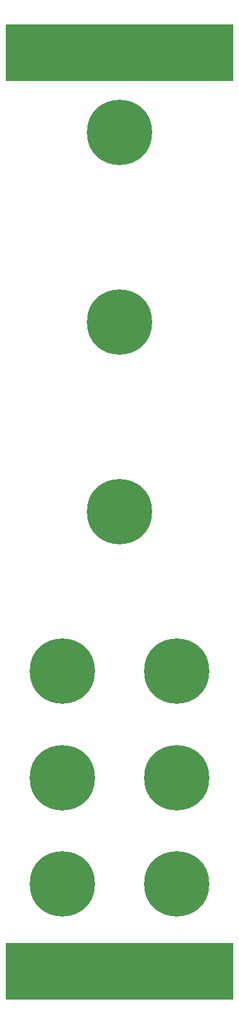
<source format=gts>
G75*
G70*
%OFA0B0*%
%FSLAX24Y24*%
%IPPOS*%
%LPD*%
%AMOC8*
5,1,8,0,0,1.08239X$1,22.5*
%
%ADD10C,0.1300*%
%ADD11C,0.3386*%
%ADD12R,1.1811X0.2953*%
D10*
X009024Y001331D03*
X009024Y049559D03*
D11*
X003118Y006154D03*
X003118Y011666D03*
X003118Y017178D03*
X006071Y025445D03*
X006071Y035288D03*
X006071Y045130D03*
X009024Y017178D03*
X009024Y011666D03*
X009024Y006154D03*
D12*
X006071Y001626D03*
X006071Y049264D03*
M02*

</source>
